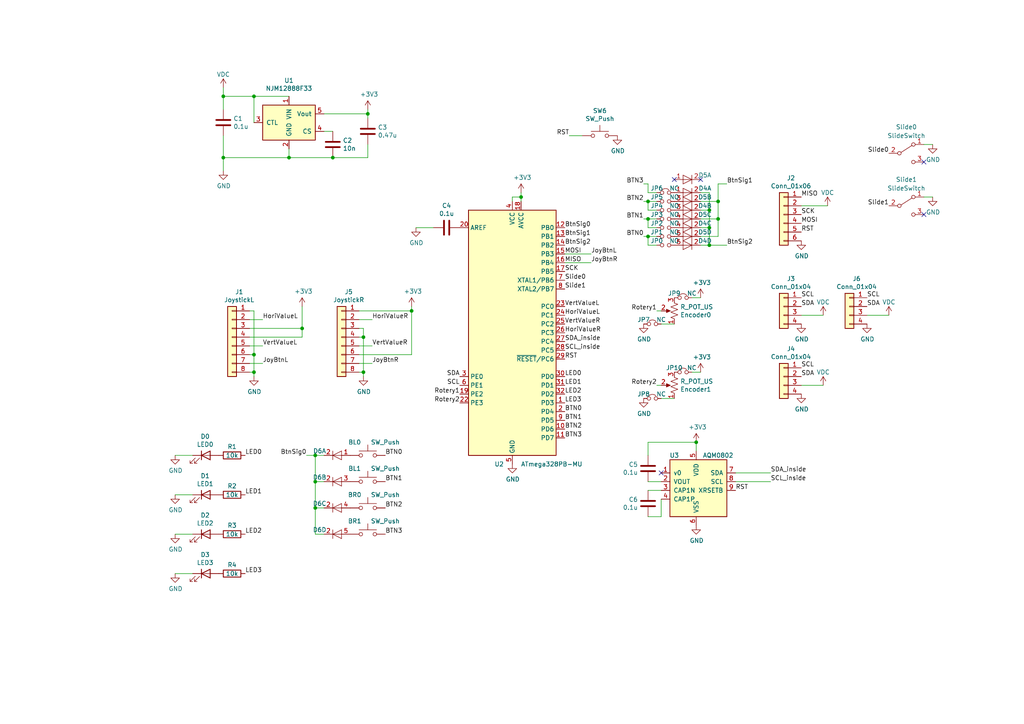
<source format=kicad_sch>
(kicad_sch (version 20211123) (generator eeschema)
  (paper "A4")
  (lib_symbols
    (symbol "Connector_Generic:Conn_01x04" (pin_names (offset 1.016) hide)
      (property "Reference" "J" (at 0 5.08 0))
      (property "Value" "Conn_01x04" (at 0 -7.62 0))
      (symbol "Conn_01x04_1_1"
        (rectangle (start -1.27 -4.953) (end 0 -5.207) (stroke (width 0.1524)))
        (rectangle (start -1.27 -2.413) (end 0 -2.667) (stroke (width 0.1524)))
        (rectangle (start -1.27 0.127) (end 0 -0.127) (stroke (width 0.1524)))
        (rectangle (start -1.27 2.667) (end 0 2.413) (stroke (width 0.1524)))
        (rectangle (start -1.27 3.81) (end 1.27 -6.35) (stroke (width 0.254)) (fill (type background)))
        (pin passive line (at -5.08 2.54 0) (length 3.81) (name "Pin_1") (number "1"))
        (pin passive line (at -5.08 0 0) (length 3.81) (name "Pin_2") (number "2"))
        (pin passive line (at -5.08 -2.54 0) (length 3.81) (name "Pin_3") (number "3"))
        (pin passive line (at -5.08 -5.08 0) (length 3.81) (name "Pin_4") (number "4"))
      )
    )
    (symbol "Connector_Generic:Conn_01x06" (pin_names (offset 1.016) hide)
      (property "Reference" "J" (at 0 7.62 0))
      (property "Value" "Conn_01x06" (at 0 -10.16 0))
      (symbol "Conn_01x06_1_1"
        (rectangle (start -1.27 -7.493) (end 0 -7.747) (stroke (width 0.1524)))
        (rectangle (start -1.27 -4.953) (end 0 -5.207) (stroke (width 0.1524)))
        (rectangle (start -1.27 -2.413) (end 0 -2.667) (stroke (width 0.1524)))
        (rectangle (start -1.27 0.127) (end 0 -0.127) (stroke (width 0.1524)))
        (rectangle (start -1.27 2.667) (end 0 2.413) (stroke (width 0.1524)))
        (rectangle (start -1.27 5.207) (end 0 4.953) (stroke (width 0.1524)))
        (rectangle (start -1.27 6.35) (end 1.27 -8.89) (stroke (width 0.254)) (fill (type background)))
        (pin passive line (at -5.08 5.08 0) (length 3.81) (name "Pin_1") (number "1"))
        (pin passive line (at -5.08 2.54 0) (length 3.81) (name "Pin_2") (number "2"))
        (pin passive line (at -5.08 0 0) (length 3.81) (name "Pin_3") (number "3"))
        (pin passive line (at -5.08 -2.54 0) (length 3.81) (name "Pin_4") (number "4"))
        (pin passive line (at -5.08 -5.08 0) (length 3.81) (name "Pin_5") (number "5"))
        (pin passive line (at -5.08 -7.62 0) (length 3.81) (name "Pin_6") (number "6"))
      )
    )
    (symbol "Connector_Generic:Conn_01x08" (pin_names (offset 1.016) hide)
      (property "Reference" "J" (at 0 10.16 0))
      (property "Value" "Conn_01x08" (at 0 -12.7 0))
      (symbol "Conn_01x08_1_1"
        (rectangle (start -1.27 -10.033) (end 0 -10.287) (stroke (width 0.1524)))
        (rectangle (start -1.27 -7.493) (end 0 -7.747) (stroke (width 0.1524)))
        (rectangle (start -1.27 -4.953) (end 0 -5.207) (stroke (width 0.1524)))
        (rectangle (start -1.27 -2.413) (end 0 -2.667) (stroke (width 0.1524)))
        (rectangle (start -1.27 0.127) (end 0 -0.127) (stroke (width 0.1524)))
        (rectangle (start -1.27 2.667) (end 0 2.413) (stroke (width 0.1524)))
        (rectangle (start -1.27 5.207) (end 0 4.953) (stroke (width 0.1524)))
        (rectangle (start -1.27 7.747) (end 0 7.493) (stroke (width 0.1524)))
        (rectangle (start -1.27 8.89) (end 1.27 -11.43) (stroke (width 0.254)) (fill (type background)))
        (pin passive line (at -5.08 7.62 0) (length 3.81) (name "Pin_1") (number "1"))
        (pin passive line (at -5.08 5.08 0) (length 3.81) (name "Pin_2") (number "2"))
        (pin passive line (at -5.08 2.54 0) (length 3.81) (name "Pin_3") (number "3"))
        (pin passive line (at -5.08 0 0) (length 3.81) (name "Pin_4") (number "4"))
        (pin passive line (at -5.08 -2.54 0) (length 3.81) (name "Pin_5") (number "5"))
        (pin passive line (at -5.08 -5.08 0) (length 3.81) (name "Pin_6") (number "6"))
        (pin passive line (at -5.08 -7.62 0) (length 3.81) (name "Pin_7") (number "7"))
        (pin passive line (at -5.08 -10.16 0) (length 3.81) (name "Pin_8") (number "8"))
      )
    )
    (symbol "Device:C" (pin_numbers hide) (pin_names (offset 0.254))
      (property "Reference" "C" (at 0.635 2.54 0))
      (property "Value" "C" (at 0.635 -2.54 0))
      (symbol "C_0_1"
        (polyline (pts (xy -2.032 -0.762) (xy 2.032 -0.762)) (stroke (width 0.508)))
        (polyline (pts (xy -2.032 0.762) (xy 2.032 0.762)) (stroke (width 0.508)))
      )
      (symbol "C_1_1"
        (pin passive line (at 0 3.81 270) (length 2.794) (name "~") (number "1"))
        (pin passive line (at 0 -3.81 90) (length 2.794) (name "~") (number "2"))
      )
    )
    (symbol "Device:LED" (pin_numbers hide) (pin_names (offset 1.016) hide)
      (property "Reference" "D" (at 0 2.54 0))
      (property "Value" "LED" (at 0 -2.54 0))
      (symbol "LED_0_1"
        (polyline (pts (xy -1.27 -1.27) (xy -1.27 1.27)) (stroke (width 0.254)))
        (polyline (pts (xy -1.27 0) (xy 1.27 0)))
        (polyline (pts (xy 1.27 -1.27) (xy 1.27 1.27) (xy -1.27 0) (xy 1.27 -1.27)) (stroke (width 0.254)))
        (polyline (pts (xy -3.048 -0.762) (xy -4.572 -2.286) (xy -3.81 -2.286) (xy -4.572 -2.286) (xy -4.572 -1.524)))
        (polyline (pts (xy -1.778 -0.762) (xy -3.302 -2.286) (xy -2.54 -2.286) (xy -3.302 -2.286) (xy -3.302 -1.524)))
      )
      (symbol "LED_1_1"
        (pin passive line (at -3.81 0 0) (length 2.54) (name "K") (number "1"))
        (pin passive line (at 3.81 0 180) (length 2.54) (name "A") (number "2"))
      )
    )
    (symbol "Device:R" (pin_numbers hide) (pin_names (offset 0))
      (property "Reference" "R" (at 2.032 0 90))
      (property "Value" "R" (at 0 0 90))
      (symbol "R_0_1"
        (rectangle (start -1.016 -2.54) (end 1.016 2.54) (stroke (width 0.254)))
      )
      (symbol "R_1_1"
        (pin passive line (at 0 3.81 270) (length 1.27) (name "~") (number "1"))
        (pin passive line (at 0 -3.81 90) (length 1.27) (name "~") (number "2"))
      )
    )
    (symbol "I2cControlPanel-rescue:ATmega328PB-MU-MCU_Microchip_ATmega"
      (property "Reference" "U" (at -12.7 36.83 0))
      (property "Value" "ATmega328PB-MU-MCU_Microchip_ATmega" (at 2.54 -36.83 0))
      (symbol "ATmega328PB-MU-MCU_Microchip_ATmega_0_1"
        (rectangle (start -12.7 -35.56) (end 12.7 35.56) (stroke (width 0.254)) (fill (type background)))
      )
      (symbol "ATmega328PB-MU-MCU_Microchip_ATmega_1_1"
        (pin bidirectional line (at 15.24 -20.32 180) (length 2.54) (name "PD3") (number "1"))
        (pin bidirectional line (at 15.24 -27.94 180) (length 2.54) (name "PD6") (number "10"))
        (pin bidirectional line (at 15.24 -30.48 180) (length 2.54) (name "PD7") (number "11"))
        (pin bidirectional line (at 15.24 30.48 180) (length 2.54) (name "PB0") (number "12"))
        (pin bidirectional line (at 15.24 27.94 180) (length 2.54) (name "PB1") (number "13"))
        (pin bidirectional line (at 15.24 25.4 180) (length 2.54) (name "PB2") (number "14"))
        (pin bidirectional line (at 15.24 22.86 180) (length 2.54) (name "PB3") (number "15"))
        (pin bidirectional line (at 15.24 20.32 180) (length 2.54) (name "PB4") (number "16"))
        (pin bidirectional line (at 15.24 17.78 180) (length 2.54) (name "PB5") (number "17"))
        (pin power_in line (at 2.54 38.1 270) (length 2.54) (name "AVCC") (number "18"))
        (pin bidirectional line (at -15.24 -17.78 0) (length 2.54) (name "PE2") (number "19"))
        (pin bidirectional line (at 15.24 -22.86 180) (length 2.54) (name "PD4") (number "2"))
        (pin passive line (at -15.24 30.48 0) (length 2.54) (name "AREF") (number "20"))
        (pin passive line (at 0 -38.1 90) (length 2.54) hide (name "GND") (number "21"))
        (pin bidirectional line (at -15.24 -20.32 0) (length 2.54) (name "PE3") (number "22"))
        (pin bidirectional line (at 15.24 7.62 180) (length 2.54) (name "PC0") (number "23"))
        (pin bidirectional line (at 15.24 5.08 180) (length 2.54) (name "PC1") (number "24"))
        (pin bidirectional line (at 15.24 2.54 180) (length 2.54) (name "PC2") (number "25"))
        (pin bidirectional line (at 15.24 0 180) (length 2.54) (name "PC3") (number "26"))
        (pin bidirectional line (at 15.24 -2.54 180) (length 2.54) (name "PC4") (number "27"))
        (pin bidirectional line (at 15.24 -5.08 180) (length 2.54) (name "PC5") (number "28"))
        (pin bidirectional line (at 15.24 -7.62 180) (length 2.54) (name "~{RESET}/PC6") (number "29"))
        (pin bidirectional line (at -15.24 -12.7 0) (length 2.54) (name "PE0") (number "3"))
        (pin bidirectional line (at 15.24 -12.7 180) (length 2.54) (name "PD0") (number "30"))
        (pin bidirectional line (at 15.24 -15.24 180) (length 2.54) (name "PD1") (number "31"))
        (pin bidirectional line (at 15.24 -17.78 180) (length 2.54) (name "PD2") (number "32"))
        (pin passive line (at 0 -38.1 90) (length 2.54) hide (name "GND") (number "33"))
        (pin power_in line (at 0 38.1 270) (length 2.54) (name "VCC") (number "4"))
        (pin power_in line (at 0 -38.1 90) (length 2.54) (name "GND") (number "5"))
        (pin bidirectional line (at -15.24 -15.24 0) (length 2.54) (name "PE1") (number "6"))
        (pin bidirectional line (at 15.24 15.24 180) (length 2.54) (name "XTAL1/PB6") (number "7"))
        (pin bidirectional line (at 15.24 12.7 180) (length 2.54) (name "XTAL2/PB7") (number "8"))
        (pin bidirectional line (at 15.24 -25.4 180) (length 2.54) (name "PD5") (number "9"))
      )
    )
    (symbol "I2cControlPanel-rescue:Jumper_NC_Small-Device" (pin_numbers hide) (pin_names (offset 0.762) hide)
      (property "Reference" "JP" (at 0 2.032 0))
      (property "Value" "Jumper_NC_Small-Device" (at 0.254 -1.524 0))
      (symbol "Jumper_NC_Small-Device_0_1"
        (circle (center -1.016 0) (radius 0.508))
        (circle (center 1.016 0) (radius 0.508))
        (arc (start 1.016 0.762) (mid 0 1.1828) (end -1.016 0.762))
        (pin passive line (at -2.54 0 0) (length 1.016) (name "1") (number "1"))
        (pin passive line (at 2.54 0 180) (length 1.016) (name "2") (number "2"))
      )
    )
    (symbol "I2cControlPanel-rescue:Jumper_NO_Small-Device" (pin_numbers hide) (pin_names (offset 0.762) hide)
      (property "Reference" "JP" (at 0 2.032 0))
      (property "Value" "Jumper_NO_Small-Device" (at 0.254 -1.524 0))
      (symbol "Jumper_NO_Small-Device_0_1"
        (circle (center -1.016 0) (radius 0.508))
        (circle (center 1.016 0) (radius 0.508))
        (pin passive line (at -2.54 0 0) (length 1.016) (name "1") (number "1"))
        (pin passive line (at 2.54 0 180) (length 1.016) (name "2") (number "2"))
      )
    )
    (symbol "I2cControlPanel-rescue:R_POT_US-Device" (pin_names (offset 1.016) hide)
      (property "Reference" "RV" (at -4.445 0 90))
      (property "Value" "R_POT_US-Device" (at -2.54 0 90))
      (symbol "R_POT_US-Device_0_1"
        (polyline (pts (xy 0 -2.286) (xy 0 -2.54)))
        (polyline (pts (xy 0 2.54) (xy 0 2.286)))
        (polyline (pts (xy 2.54 0) (xy 1.524 0)))
        (polyline (pts (xy 1.143 0) (xy 2.286 0.508) (xy 2.286 -0.508) (xy 1.143 0)) (fill (type outline)))
        (polyline (pts (xy 0 -0.762) (xy 1.016 -1.143) (xy 0 -1.524) (xy -1.016 -1.905) (xy 0 -2.286)))
        (polyline (pts (xy 0 0.762) (xy 1.016 0.381) (xy 0 0) (xy -1.016 -0.381) (xy 0 -0.762)))
        (polyline (pts (xy 0 2.286) (xy 1.016 1.905) (xy 0 1.524) (xy -1.016 1.143) (xy 0 0.762)))
      )
      (symbol "R_POT_US-Device_1_1"
        (pin passive line (at 0 3.81 270) (length 1.27) (name "1") (number "1"))
        (pin passive line (at 3.81 0 180) (length 1.27) (name "2") (number "2"))
        (pin passive line (at 0 -3.81 90) (length 1.27) (name "3") (number "3"))
      )
    )
    (symbol "Switch:SW_Push" (pin_numbers hide) (pin_names (offset 1.016) hide)
      (property "Reference" "SW" (at 1.27 2.54 0))
      (property "Value" "SW_Push" (at 0 -1.524 0))
      (symbol "SW_Push_0_1"
        (circle (center -2.032 0) (radius 0.508))
        (polyline (pts (xy 0 1.27) (xy 0 3.048)))
        (polyline (pts (xy 2.54 1.27) (xy -2.54 1.27)))
        (circle (center 2.032 0) (radius 0.508))
        (pin passive line (at -5.08 0 0) (length 2.54) (name "1") (number "1"))
        (pin passive line (at 5.08 0 180) (length 2.54) (name "2") (number "2"))
      )
    )
    (symbol "Switch:SW_SPDT" (pin_names (offset 0) hide)
      (property "Reference" "SW" (at 0 4.318 0))
      (property "Value" "SW_SPDT" (at 0 -5.08 0))
      (symbol "SW_SPDT_0_0"
        (circle (center -2.032 0) (radius 0.508))
        (circle (center 2.032 -2.54) (radius 0.508))
      )
      (symbol "SW_SPDT_0_1"
        (polyline (pts (xy -1.524 0.254) (xy 1.651 2.286)))
        (circle (center 2.032 2.54) (radius 0.508))
      )
      (symbol "SW_SPDT_1_1"
        (pin passive line (at 5.08 2.54 180) (length 2.54) (name "A") (number "1"))
        (pin passive line (at -5.08 0 0) (length 2.54) (name "B") (number "2"))
        (pin passive line (at 5.08 -2.54 180) (length 2.54) (name "C") (number "3"))
      )
    )
    (symbol "asukiaaa-kicad-symbols:AQM0802" (pin_names (offset 1.016))
      (property "Reference" "U" (at 7.62 -8.89 0))
      (property "Value" "AQM0802" (at 6.35 10.16 0))
      (symbol "AQM0802_0_1"
        (rectangle (start -7.62 8.89) (end 8.89 -7.62) (stroke (width 0.254)) (fill (type background)))
      )
      (symbol "AQM0802_1_1"
        (pin bidirectional line (at -10.16 5.08 0) (length 2.54) (name "v0") (number "1"))
        (pin bidirectional line (at -10.16 2.54 0) (length 2.54) (name "VOUT") (number "2"))
        (pin bidirectional line (at -10.16 0 0) (length 2.54) (name "CAP1N") (number "3"))
        (pin bidirectional line (at -10.16 -2.54 0) (length 2.54) (name "CAP1P") (number "4"))
        (pin bidirectional line (at 0 11.43 270) (length 2.54) (name "VDD") (number "5"))
        (pin bidirectional line (at 0 -10.16 90) (length 2.54) (name "VSS") (number "6"))
        (pin bidirectional line (at 11.43 5.08 180) (length 2.54) (name "SDA") (number "7"))
        (pin bidirectional line (at 11.43 2.54 180) (length 2.54) (name "SCL") (number "8"))
        (pin bidirectional line (at 11.43 0 180) (length 2.54) (name "XRSETB") (number "9"))
      )
    )
    (symbol "asukiaaa-kicad-symbols:Diode_4array_1SS309" (pin_names (offset 1.016))
      (property "Reference" "D" (at 0 2.54 0))
      (property "Value" "Diode_4array_1SS309" (at 0 -2.54 0))
      (symbol "Diode_4array_1SS309_1_1"
        (polyline (pts (xy -1.27 1.27) (xy -1.27 -1.27)) (stroke (width 0.1524)))
        (polyline (pts (xy 1.27 0) (xy -1.27 0)))
        (polyline (pts (xy 1.27 1.27) (xy 1.27 -1.27)))
        (polyline (pts (xy 1.27 1.27) (xy -1.27 0) (xy 1.27 -1.27)))
        (pin passive line (at 3.81 0 180) (length 2.54) (name "~") (number "1"))
        (pin passive line (at -3.81 0 0) (length 2.54) (name "~") (number "2"))
      )
      (symbol "Diode_4array_1SS309_2_1"
        (polyline (pts (xy -1.27 1.27) (xy -1.27 -1.27)) (stroke (width 0.1524)))
        (polyline (pts (xy 1.27 0) (xy -1.27 0)))
        (polyline (pts (xy 1.27 1.27) (xy 1.27 -1.27)))
        (polyline (pts (xy 1.27 1.27) (xy -1.27 0) (xy 1.27 -1.27)))
        (pin passive line (at -3.81 0 0) (length 2.54) (name "~") (number "2"))
        (pin passive line (at 3.81 0 180) (length 2.54) (name "~") (number "3"))
      )
      (symbol "Diode_4array_1SS309_3_1"
        (polyline (pts (xy -1.27 1.27) (xy -1.27 -1.27)) (stroke (width 0.1524)))
        (polyline (pts (xy 1.27 0) (xy -1.27 0)))
        (polyline (pts (xy 1.27 1.27) (xy 1.27 -1.27)))
        (polyline (pts (xy 1.27 1.27) (xy -1.27 0) (xy 1.27 -1.27)))
        (pin passive line (at -3.81 0 0) (length 2.54) (name "~") (number "2"))
        (pin passive line (at 3.81 0 180) (length 2.54) (name "~") (number "4"))
      )
      (symbol "Diode_4array_1SS309_4_1"
        (polyline (pts (xy -1.27 1.27) (xy -1.27 -1.27)) (stroke (width 0.1524)))
        (polyline (pts (xy 1.27 0) (xy -1.27 0)))
        (polyline (pts (xy 1.27 1.27) (xy 1.27 -1.27)))
        (polyline (pts (xy 1.27 1.27) (xy -1.27 0) (xy 1.27 -1.27)))
        (pin passive line (at -3.81 0 0) (length 2.54) (name "~") (number "2"))
        (pin passive line (at 3.81 0 180) (length 2.54) (name "~") (number "5"))
      )
    )
    (symbol "asukiaaa-kicad-symbols:NJM12888F33" (pin_names (offset 1.016))
      (property "Reference" "U" (at 2.54 -6.35 0))
      (property "Value" "NJM12888F33" (at 8.89 6.35 0))
      (symbol "NJM12888F33_0_1"
        (rectangle (start -7.62 5.08) (end 7.62 -5.08) (stroke (width 0.254)) (fill (type background)))
      )
      (symbol "NJM12888F33_1_1"
        (pin power_in line (at 0 7.62 270) (length 2.54) (name "VIN") (number "1"))
        (pin power_in line (at 0 -7.62 90) (length 2.54) (name "GND") (number "2"))
        (pin input line (at -10.16 0 0) (length 2.54) (name "CTL") (number "3"))
        (pin input line (at 10.16 -2.54 180) (length 2.54) (name "CS") (number "4"))
        (pin input line (at 10.16 2.54 180) (length 2.54) (name "Vout") (number "5"))
      )
    )
    (symbol "power:+3V3" (power) (pin_names (offset 0))
      (property "Value" "+3V3" (at 0 3.556 0))
      (symbol "+3V3_0_1"
        (polyline (pts (xy -0.762 1.27) (xy 0 2.54)))
        (polyline (pts (xy 0 0) (xy 0 2.54)))
        (polyline (pts (xy 0 2.54) (xy 0.762 1.27)))
      )
      (symbol "+3V3_1_1"
        (pin power_in line (at 0 0 90) (length 0) hide (name "+3V3") (number "1"))
      )
    )
    (symbol "power:GND" (power) (pin_names (offset 0))
      (property "Value" "GND" (at 0 -3.81 0))
      (symbol "GND_0_1"
        (polyline (pts (xy 0 0) (xy 0 -1.27) (xy 1.27 -1.27) (xy 0 -2.54) (xy -1.27 -1.27) (xy 0 -1.27)))
      )
      (symbol "GND_1_1"
        (pin power_in line (at 0 0 270) (length 0) hide (name "GND") (number "1"))
      )
    )
    (symbol "power:VDC" (power) (pin_names (offset 0))
      (property "Value" "VDC" (at 0 6.35 0))
      (symbol "VDC_0_1"
        (polyline (pts (xy -0.762 1.27) (xy 0 2.54)))
        (polyline (pts (xy 0 0) (xy 0 2.54)))
        (polyline (pts (xy 0 2.54) (xy 0.762 1.27)))
      )
      (symbol "VDC_1_1"
        (pin power_in line (at 0 0 90) (length 0) hide (name "VDC") (number "1"))
      )
    )
  )
  (junction (at 205.74 66.04))
  (junction (at 208.28 58.42))
  (junction (at 106.68 33.02))
  (junction (at 119.38 90.17))
  (junction (at 83.82 45.72))
  (junction (at 64.77 27.94))
  (junction (at 105.41 107.95))
  (junction (at 73.66 107.95))
  (junction (at 151.13 57.15))
  (junction (at 201.93 128.27))
  (junction (at 87.63 95.25))
  (junction (at 96.52 45.72))
  (junction (at 73.66 27.94))
  (junction (at 73.66 102.87))
  (junction (at 205.74 71.12))
  (junction (at 91.44 147.32))
  (junction (at 187.96 58.42))
  (junction (at 105.41 97.79))
  (junction (at 91.44 132.08))
  (junction (at 64.77 45.72))
  (junction (at 187.96 63.5))
  (junction (at 91.44 139.7))
  (junction (at 187.96 68.58))
  (junction (at 205.74 60.96))
  (junction (at 208.28 63.5))
  (no_connect (at 191.77 137.16))
  (no_connect (at 267.97 62.23))
  (no_connect (at 195.58 52.07))
  (no_connect (at 267.97 46.99))
  (no_connect (at 203.2 52.07))
  (wire (pts (xy 187.96 68.58) (xy 187.96 71.12)))
  (wire (pts (xy 91.44 139.7) (xy 91.44 147.32)))
  (wire (pts (xy 91.44 132.08) (xy 93.98 132.08)))
  (wire (pts (xy 201.93 128.27) (xy 201.93 130.81)))
  (wire (pts (xy 64.77 27.94) (xy 64.77 31.75)))
  (wire (pts (xy 106.68 33.02) (xy 106.68 31.75)))
  (wire (pts (xy 187.96 58.42) (xy 187.96 60.96)))
  (wire (pts (xy 73.66 109.22) (xy 73.66 107.95)))
  (wire (pts (xy 72.39 100.33) (xy 76.2 100.33)))
  (wire (pts (xy 105.41 97.79) (xy 104.14 97.79)))
  (wire (pts (xy 72.39 97.79) (xy 87.63 97.79)))
  (wire (pts (xy 251.46 91.44) (xy 257.81 91.44)))
  (wire (pts (xy 187.96 53.34) (xy 186.69 53.34)))
  (wire (pts (xy 151.13 57.15) (xy 151.13 58.42)))
  (wire (pts (xy 186.69 63.5) (xy 187.96 63.5)))
  (wire (pts (xy 106.68 34.29) (xy 106.68 33.02)))
  (wire (pts (xy 205.74 60.96) (xy 205.74 55.88)))
  (wire (pts (xy 73.66 107.95) (xy 73.66 102.87)))
  (wire (pts (xy 151.13 57.15) (xy 148.59 57.15)))
  (wire (pts (xy 187.96 55.88) (xy 190.5 55.88)))
  (wire (pts (xy 232.41 91.44) (xy 238.76 91.44)))
  (wire (pts (xy 50.8 143.51) (xy 55.88 143.51)))
  (wire (pts (xy 191.77 144.78) (xy 191.77 149.86)))
  (wire (pts (xy 91.44 147.32) (xy 91.44 154.94)))
  (wire (pts (xy 73.66 27.94) (xy 83.82 27.94)))
  (wire (pts (xy 187.96 63.5) (xy 190.5 63.5)))
  (wire (pts (xy 270.51 41.91) (xy 267.97 41.91)))
  (wire (pts (xy 232.41 59.69) (xy 240.03 59.69)))
  (wire (pts (xy 83.82 45.72) (xy 64.77 45.72)))
  (wire (pts (xy 105.41 95.25) (xy 105.41 97.79)))
  (wire (pts (xy 171.45 73.66) (xy 163.83 73.66)))
  (wire (pts (xy 73.66 90.17) (xy 73.66 102.87)))
  (wire (pts (xy 83.82 43.18) (xy 83.82 45.72)))
  (wire (pts (xy 208.28 53.34) (xy 210.82 53.34)))
  (wire (pts (xy 50.8 154.94) (xy 55.88 154.94)))
  (wire (pts (xy 119.38 88.9) (xy 119.38 90.17)))
  (wire (pts (xy 64.77 27.94) (xy 73.66 27.94)))
  (wire (pts (xy 232.41 111.76) (xy 238.76 111.76)))
  (wire (pts (xy 64.77 25.4) (xy 64.77 27.94)))
  (wire (pts (xy 205.74 66.04) (xy 205.74 60.96)))
  (wire (pts (xy 165.1 39.37) (xy 168.91 39.37)))
  (wire (pts (xy 203.2 63.5) (xy 208.28 63.5)))
  (wire (pts (xy 88.9 132.08) (xy 91.44 132.08)))
  (wire (pts (xy 187.96 58.42) (xy 186.69 58.42)))
  (wire (pts (xy 50.8 166.37) (xy 55.88 166.37)))
  (wire (pts (xy 187.96 142.24) (xy 191.77 142.24)))
  (wire (pts (xy 104.14 100.33) (xy 107.95 100.33)))
  (wire (pts (xy 105.41 107.95) (xy 104.14 107.95)))
  (wire (pts (xy 203.2 60.96) (xy 205.74 60.96)))
  (wire (pts (xy 72.39 95.25) (xy 87.63 95.25)))
  (wire (pts (xy 187.96 53.34) (xy 187.96 55.88)))
  (wire (pts (xy 213.36 139.7) (xy 223.52 139.7)))
  (wire (pts (xy 120.65 66.04) (xy 125.73 66.04)))
  (wire (pts (xy 119.38 90.17) (xy 119.38 102.87)))
  (wire (pts (xy 96.52 45.72) (xy 83.82 45.72)))
  (wire (pts (xy 96.52 45.72) (xy 106.68 45.72)))
  (wire (pts (xy 73.66 27.94) (xy 73.66 35.56)))
  (wire (pts (xy 72.39 102.87) (xy 73.66 102.87)))
  (wire (pts (xy 191.77 93.98) (xy 195.58 93.98)))
  (wire (pts (xy 73.66 107.95) (xy 72.39 107.95)))
  (wire (pts (xy 213.36 137.16) (xy 223.52 137.16)))
  (wire (pts (xy 93.98 147.32) (xy 91.44 147.32)))
  (wire (pts (xy 50.8 132.08) (xy 55.88 132.08)))
  (wire (pts (xy 96.52 38.1) (xy 93.98 38.1)))
  (wire (pts (xy 201.93 128.27) (xy 187.96 128.27)))
  (wire (pts (xy 187.96 60.96) (xy 190.5 60.96)))
  (wire (pts (xy 187.96 66.04) (xy 190.5 66.04)))
  (wire (pts (xy 171.45 76.2) (xy 163.83 76.2)))
  (wire (pts (xy 203.2 86.36) (xy 200.66 86.36)))
  (wire (pts (xy 190.5 90.17) (xy 191.77 90.17)))
  (wire (pts (xy 106.68 45.72) (xy 106.68 41.91)))
  (wire (pts (xy 210.82 71.12) (xy 205.74 71.12)))
  (wire (pts (xy 191.77 149.86) (xy 187.96 149.86)))
  (wire (pts (xy 91.44 139.7) (xy 93.98 139.7)))
  (wire (pts (xy 105.41 109.22) (xy 105.41 107.95)))
  (wire (pts (xy 104.14 102.87) (xy 119.38 102.87)))
  (wire (pts (xy 104.14 90.17) (xy 119.38 90.17)))
  (wire (pts (xy 190.5 68.58) (xy 187.96 68.58)))
  (wire (pts (xy 191.77 115.57) (xy 195.58 115.57)))
  (wire (pts (xy 76.2 92.71) (xy 72.39 92.71)))
  (wire (pts (xy 208.28 58.42) (xy 203.2 58.42)))
  (wire (pts (xy 107.95 105.41) (xy 104.14 105.41)))
  (wire (pts (xy 91.44 132.08) (xy 91.44 139.7)))
  (wire (pts (xy 76.2 105.41) (xy 72.39 105.41)))
  (wire (pts (xy 105.41 97.79) (xy 105.41 107.95)))
  (wire (pts (xy 104.14 95.25) (xy 105.41 95.25)))
  (wire (pts (xy 205.74 66.04) (xy 203.2 66.04)))
  (wire (pts (xy 190.5 111.76) (xy 191.77 111.76)))
  (wire (pts (xy 187.96 63.5) (xy 187.96 66.04)))
  (wire (pts (xy 208.28 63.5) (xy 208.28 68.58)))
  (wire (pts (xy 208.28 68.58) (xy 203.2 68.58)))
  (wire (pts (xy 205.74 55.88) (xy 203.2 55.88)))
  (wire (pts (xy 64.77 45.72) (xy 64.77 49.53)))
  (wire (pts (xy 205.74 71.12) (xy 205.74 66.04)))
  (wire (pts (xy 187.96 128.27) (xy 187.96 132.08)))
  (wire (pts (xy 148.59 57.15) (xy 148.59 58.42)))
  (wire (pts (xy 87.63 95.25) (xy 87.63 97.79)))
  (wire (pts (xy 187.96 68.58) (xy 186.69 68.58)))
  (wire (pts (xy 87.63 88.9) (xy 87.63 95.25)))
  (wire (pts (xy 64.77 39.37) (xy 64.77 45.72)))
  (wire (pts (xy 190.5 58.42) (xy 187.96 58.42)))
  (wire (pts (xy 187.96 139.7) (xy 191.77 139.7)))
  (wire (pts (xy 205.74 71.12) (xy 203.2 71.12)))
  (wire (pts (xy 107.95 92.71) (xy 104.14 92.71)))
  (wire (pts (xy 73.66 90.17) (xy 72.39 90.17)))
  (wire (pts (xy 267.97 57.15) (xy 270.51 57.15)))
  (wire (pts (xy 187.96 71.12) (xy 190.5 71.12)))
  (wire (pts (xy 106.68 33.02) (xy 93.98 33.02)))
  (wire (pts (xy 208.28 53.34) (xy 208.28 58.42)))
  (wire (pts (xy 203.2 107.95) (xy 200.66 107.95)))
  (wire (pts (xy 151.13 55.88) (xy 151.13 57.15)))
  (wire (pts (xy 208.28 58.42) (xy 208.28 63.5)))
  (wire (pts (xy 91.44 154.94) (xy 93.98 154.94)))
  (label "HoriValueL" (at 76.2 92.71 0))
  (label "LED3" (at 71.12 166.37 0))
  (label "HoriValueR" (at 107.95 92.71 0))
  (label "SCL" (at 251.46 86.36 0))
  (label "BTN2" (at 163.83 124.46 0))
  (label "SDA" (at 251.46 88.9 0))
  (label "SCL" (at 232.41 86.36 0))
  (label "BTN0" (at 111.76 132.08 0))
  (label "SDA" (at 232.41 88.9 0))
  (label "BTN0" (at 186.69 68.58 180))
  (label "Rotery1" (at 133.35 114.3 180))
  (label "JoyBtnR" (at 171.45 76.2 0))
  (label "VertValueR" (at 107.95 100.33 0))
  (label "HoriValueL" (at 163.83 91.44 0))
  (label "BTN2" (at 111.76 147.32 0))
  (label "Rotery2" (at 190.5 111.76 180))
  (label "LED1" (at 163.83 111.76 0))
  (label "Rotery1" (at 190.5 90.17 180))
  (label "SDA_inside" (at 223.52 137.16 0))
  (label "BTN0" (at 163.83 119.38 0))
  (label "Slide0" (at 257.81 44.45 180))
  (label "BTN3" (at 111.76 154.94 0))
  (label "LED3" (at 163.83 116.84 0))
  (label "SCL" (at 133.35 111.76 180))
  (label "SCL_inside" (at 163.83 101.6 0))
  (label "SDA_inside" (at 163.83 99.06 0))
  (label "MISO" (at 232.41 57.15 0))
  (label "SCK" (at 232.41 62.23 0))
  (label "BTN1" (at 111.76 139.7 0))
  (label "BtnSig2" (at 163.83 71.12 0))
  (label "VertValueL" (at 76.2 100.33 0))
  (label "MISO" (at 163.83 76.2 0))
  (label "SCL_inside" (at 223.52 139.7 0))
  (label "SDA" (at 232.41 109.22 0))
  (label "BTN1" (at 163.83 121.92 0))
  (label "Slide0" (at 163.83 81.28 0))
  (label "MOSI" (at 163.83 73.66 0))
  (label "BTN3" (at 163.83 127 0))
  (label "HoriValueR" (at 163.83 96.52 0))
  (label "VertValueR" (at 163.83 93.98 0))
  (label "Slide1" (at 163.83 83.82 0))
  (label "RST" (at 213.36 142.24 0))
  (label "LED2" (at 71.12 154.94 0))
  (label "SCL" (at 232.41 106.68 0))
  (label "MOSI" (at 232.41 64.77 0))
  (label "LED1" (at 71.12 143.51 0))
  (label "LED2" (at 163.83 114.3 0))
  (label "RST" (at 232.41 67.31 0))
  (label "BtnSig1" (at 163.83 68.58 0))
  (label "Slide1" (at 257.81 59.69 180))
  (label "BTN1" (at 186.69 63.5 180))
  (label "SCK" (at 163.83 78.74 0))
  (label "RST" (at 165.1 39.37 180))
  (label "JoyBtnL" (at 76.2 105.41 0))
  (label "JoyBtnR" (at 107.95 105.41 0))
  (label "SDA" (at 133.35 109.22 180))
  (label "LED0" (at 163.83 109.22 0))
  (label "BtnSig0" (at 88.9 132.08 180))
  (label "VertValueL" (at 163.83 88.9 0))
  (label "Rotery2" (at 133.35 116.84 180))
  (label "BTN2" (at 186.69 58.42 180))
  (label "RST" (at 163.83 104.14 0))
  (label "BTN3" (at 186.69 53.34 180))
  (label "BtnSig0" (at 163.83 66.04 0))
  (label "BtnSig1" (at 210.82 53.34 0))
  (label "BtnSig2" (at 210.82 71.12 0))
  (label "LED0" (at 71.12 132.08 0))
  (label "JoyBtnL" (at 171.45 73.66 0))
  (symbol (lib_id "Device:R") (at 67.31 132.08 270) (unit 1)
    (property "Reference" "R1" (at 67.31 129.54 90))
    (property "Value" "10k" (at 67.31 132.08 90))
    (property "Footprint" "Resistor_SMD:R_0603_1608Metric" (effects hide))
  )
  (symbol (lib_id "power:GND") (at 73.66 109.22 0) (unit 1)
    (property "Reference" "#PWR0101" (effects hide))
    (property "Value" "GND" (at 73.787 113.6142 0))
  )
  (symbol (lib_id "power:+3V3") (at 87.63 88.9 0) (unit 1)
    (property "Reference" "#PWR0102" (effects hide))
    (property "Value" "+3V3" (at 88.011 84.5058 0))
  )
  (symbol (lib_id "Device:LED") (at 59.69 132.08 0) (unit 1)
    (property "Reference" "D0" (at 59.5122 126.5936 0))
    (property "Value" "LED0" (at 59.5122 128.905 0))
    (property "Footprint" "Diode_SMD:D_0603_1608Metric_Pad1.05x0.95mm_HandSolder" (effects hide))
  )
  (symbol (lib_id "power:GND") (at 50.8 132.08 0) (unit 1)
    (property "Reference" "#PWR0103" (effects hide))
    (property "Value" "GND" (at 50.927 136.4742 0))
  )
  (symbol (lib_id "Device:LED") (at 59.69 143.51 0) (unit 1)
    (property "Reference" "D1" (at 59.5122 138.0236 0))
    (property "Value" "LED1" (at 59.5122 140.335 0))
    (property "Footprint" "Diode_SMD:D_0603_1608Metric_Pad1.05x0.95mm_HandSolder" (effects hide))
  )
  (symbol (lib_id "power:GND") (at 50.8 143.51 0) (unit 1)
    (property "Reference" "#PWR0104" (effects hide))
    (property "Value" "GND" (at 50.927 147.9042 0))
  )
  (symbol (lib_id "Device:LED") (at 59.69 154.94 0) (unit 1)
    (property "Reference" "D2" (at 59.5122 149.4536 0))
    (property "Value" "LED2" (at 59.5122 151.765 0))
    (property "Footprint" "Diode_SMD:D_0603_1608Metric_Pad1.05x0.95mm_HandSolder" (effects hide))
  )
  (symbol (lib_id "power:GND") (at 50.8 154.94 0) (unit 1)
    (property "Reference" "#PWR0105" (effects hide))
    (property "Value" "GND" (at 50.927 159.3342 0))
  )
  (symbol (lib_id "power:GND") (at 148.59 134.62 0) (unit 1)
    (property "Reference" "#PWR0107" (effects hide))
    (property "Value" "GND" (at 148.717 139.0142 0))
  )
  (symbol (lib_id "power:+3V3") (at 151.13 55.88 0) (unit 1)
    (property "Reference" "#PWR0108" (effects hide))
    (property "Value" "+3V3" (at 151.511 51.4858 0))
  )
  (symbol (lib_id "Device:C") (at 129.54 66.04 90) (unit 1)
    (property "Reference" "C4" (at 129.54 59.6392 90))
    (property "Value" "0.1u" (at 129.54 61.9506 90))
    (property "Footprint" "Capacitor_SMD:C_0402_1005Metric" (effects hide))
  )
  (symbol (lib_id "power:GND") (at 120.65 66.04 0) (unit 1)
    (property "Reference" "#PWR0109" (effects hide))
    (property "Value" "GND" (at 120.777 70.4342 0))
  )
  (symbol (lib_id "power:GND") (at 64.77 49.53 0) (unit 1)
    (property "Reference" "#PWR0110" (effects hide))
    (property "Value" "GND" (at 64.897 53.9242 0))
  )
  (symbol (lib_id "Device:C") (at 64.77 35.56 0) (unit 1)
    (property "Reference" "C1" (at 67.691 34.3916 0) (effects (justify left)))
    (property "Value" "0.1u" (at 67.691 36.703 0) (effects (justify left)))
    (property "Footprint" "Capacitor_SMD:C_0402_1005Metric" (effects hide))
  )
  (symbol (lib_id "Device:C") (at 96.52 41.91 0) (unit 1)
    (property "Reference" "C2" (at 99.441 40.7416 0) (effects (justify left)))
    (property "Value" "10n" (at 99.441 43.053 0) (effects (justify left)))
    (property "Footprint" "Capacitor_SMD:C_0603_1608Metric" (effects hide))
  )
  (symbol (lib_id "Device:C") (at 106.68 38.1 0) (unit 1)
    (property "Reference" "C3" (at 109.601 36.9316 0) (effects (justify left)))
    (property "Value" "0.47u" (at 109.601 39.243 0) (effects (justify left)))
    (property "Footprint" "Capacitor_SMD:C_0402_1005Metric" (effects hide))
  )
  (symbol (lib_id "power:+3V3") (at 106.68 31.75 0) (unit 1)
    (property "Reference" "#PWR0112" (effects hide))
    (property "Value" "+3V3" (at 107.061 27.3558 0))
  )
  (symbol (lib_id "Connector_Generic:Conn_01x06") (at 227.33 62.23 0) (mirror y) (unit 1)
    (property "Reference" "J2" (at 229.4128 51.6382 0))
    (property "Value" "Conn_01x06" (at 229.4128 53.9496 0))
    (property "Footprint" "asukiaaa-kicad-footprints:2x03_P2.54mm_Pads" (effects hide))
  )
  (symbol (lib_id "power:GND") (at 232.41 69.85 0) (unit 1)
    (property "Reference" "#PWR0113" (effects hide))
    (property "Value" "GND" (at 232.537 74.2442 0))
  )
  (symbol (lib_id "Connector_Generic:Conn_01x04") (at 227.33 88.9 0) (mirror y) (unit 1)
    (property "Reference" "J3" (at 229.4128 80.8482 0))
    (property "Value" "Conn_01x04" (at 229.4128 83.1596 0))
    (property "Footprint" "footprints:NS-Tech_Grove_1x04_P2mm_Horizontal" (effects hide))
  )
  (symbol (lib_id "power:GND") (at 232.41 93.98 0) (unit 1)
    (property "Reference" "#PWR0116" (effects hide))
    (property "Value" "GND" (at 232.537 98.3742 0))
  )
  (symbol (lib_id "Device:R") (at 67.31 143.51 270) (unit 1)
    (property "Reference" "R2" (at 67.31 140.97 90))
    (property "Value" "10k" (at 67.31 143.51 90))
    (property "Footprint" "Resistor_SMD:R_0603_1608Metric" (effects hide))
  )
  (symbol (lib_id "Device:R") (at 67.31 154.94 270) (unit 1)
    (property "Reference" "R3" (at 67.31 152.4 90))
    (property "Value" "10k" (at 67.31 154.94 90))
    (property "Footprint" "Resistor_SMD:R_0603_1608Metric" (effects hide))
  )
  (symbol (lib_id "Switch:SW_Push") (at 106.68 132.08 0) (unit 1)
    (property "Reference" "BL0" (at 102.87 128.27 0))
    (property "Value" "SW_Push" (at 111.76 128.27 0))
    (property "Footprint" "footprints:SW_Center_PUSH-12mm" (effects hide))
  )
  (symbol (lib_id "Switch:SW_Push") (at 106.68 139.7 0) (unit 1)
    (property "Reference" "BL1" (at 102.87 135.89 0))
    (property "Value" "SW_Push" (at 111.76 135.89 0))
    (property "Footprint" "footprints:SW_Center_PUSH-12mm" (effects hide))
  )
  (symbol (lib_id "Switch:SW_Push") (at 106.68 147.32 0) (unit 1)
    (property "Reference" "BR0" (at 102.87 143.51 0))
    (property "Value" "SW_Push" (at 111.76 143.51 0))
    (property "Footprint" "footprints:SW_Center_PUSH-12mm" (effects hide))
  )
  (symbol (lib_id "Switch:SW_Push") (at 106.68 154.94 0) (unit 1)
    (property "Reference" "BR1" (at 102.87 151.13 0))
    (property "Value" "SW_Push" (at 111.76 151.13 0))
    (property "Footprint" "footprints:SW_Center_PUSH-12mm" (effects hide))
  )
  (symbol (lib_id "power:VDC") (at 64.77 25.4 0) (unit 1)
    (property "Reference" "#PWR0106" (effects hide))
    (property "Value" "VDC" (at 64.77 21.59 0))
  )
  (symbol (lib_id "power:VDC") (at 240.03 59.69 0) (unit 1)
    (property "Reference" "#PWR0111" (effects hide))
    (property "Value" "VDC" (at 240.03 55.88 0))
  )
  (symbol (lib_id "power:VDC") (at 238.76 91.44 0) (unit 1)
    (property "Reference" "#PWR0114" (effects hide))
    (property "Value" "VDC" (at 238.76 87.63 0))
  )
  (symbol (lib_id "Connector_Generic:Conn_01x04") (at 227.33 109.22 0) (mirror y) (unit 1)
    (property "Reference" "J4" (at 229.4128 101.1682 0))
    (property "Value" "Conn_01x04" (at 229.4128 103.4796 0))
    (property "Footprint" "TerminalBlock:TerminalBlock_bornier-4_P5.08mm" (effects hide))
  )
  (symbol (lib_id "power:GND") (at 232.41 114.3 0) (unit 1)
    (property "Reference" "#PWR0121" (effects hide))
    (property "Value" "GND" (at 232.537 118.6942 0))
  )
  (symbol (lib_id "power:VDC") (at 238.76 111.76 0) (unit 1)
    (property "Reference" "#PWR0122" (effects hide))
    (property "Value" "VDC" (at 238.76 107.95 0))
  )
  (symbol (lib_id "I2cControlPanel-rescue:ATmega328PB-MU-MCU_Microchip_ATmega") (at 148.59 96.52 0) (unit 1)
    (property "Reference" "U2" (at 144.78 134.62 0))
    (property "Value" "ATmega328PB-MU" (at 160.02 134.62 0))
    (property "Footprint" "Package_DFN_QFN:QFN-32-1EP_5x5mm_P0.5mm_EP3.1x3.1mm" (effects hide))
    (property "Datasheet" "http://ww1.microchip.com/downloads/en/DeviceDoc/40001906C.pdf" (effects hide))
  )
  (symbol (lib_id "asukiaaa-kicad-symbols:AQM0802") (at 201.93 142.24 0) (unit 1)
    (property "Reference" "U3" (at 195.58 132.08 0))
    (property "Value" "AQM0802" (at 208.28 132.08 0))
    (property "Footprint" "asukiaaa-kicad-footprints:AQM0802A-RN-GBW" (effects hide))
  )
  (symbol (lib_id "power:GND") (at 105.41 109.22 0) (unit 1)
    (property "Reference" "#PWR0115" (effects hide))
    (property "Value" "GND" (at 105.537 113.6142 0))
  )
  (symbol (lib_id "power:+3V3") (at 119.38 88.9 0) (unit 1)
    (property "Reference" "#PWR0125" (effects hide))
    (property "Value" "+3V3" (at 119.761 84.5058 0))
  )
  (symbol (lib_id "power:GND") (at 201.93 152.4 0) (unit 1)
    (property "Reference" "#PWR0126" (effects hide))
    (property "Value" "GND" (at 202.057 156.7942 0))
  )
  (symbol (lib_id "power:+3V3") (at 201.93 128.27 0) (unit 1)
    (property "Reference" "#PWR0127" (effects hide))
    (property "Value" "+3V3" (at 202.311 123.8758 0))
  )
  (symbol (lib_id "Device:C") (at 187.96 146.05 180) (unit 1)
    (property "Reference" "C6" (at 185.039 144.8816 0) (effects (justify left)))
    (property "Value" "0.1u" (at 185.039 147.193 0) (effects (justify left)))
    (property "Footprint" "Capacitor_SMD:C_0402_1005Metric" (effects hide))
  )
  (symbol (lib_id "Device:C") (at 187.96 135.89 180) (unit 1)
    (property "Reference" "C5" (at 185.039 134.7216 0) (effects (justify left)))
    (property "Value" "0.1u" (at 185.039 137.033 0) (effects (justify left)))
    (property "Footprint" "Capacitor_SMD:C_0402_1005Metric" (effects hide))
  )
  (symbol (lib_id "Connector_Generic:Conn_01x04") (at 246.38 88.9 0) (mirror y) (unit 1)
    (property "Reference" "J6" (at 248.4628 80.8482 0))
    (property "Value" "Conn_01x04" (at 248.4628 83.1596 0))
    (property "Footprint" "footprints:NS-Tech_Grove_1x04_P2mm_Horizontal" (effects hide))
  )
  (symbol (lib_id "power:GND") (at 251.46 93.98 0) (unit 1)
    (property "Reference" "#PWR0128" (effects hide))
    (property "Value" "GND" (at 251.587 98.3742 0))
  )
  (symbol (lib_id "power:VDC") (at 257.81 91.44 0) (unit 1)
    (property "Reference" "#PWR0129" (effects hide))
    (property "Value" "VDC" (at 257.81 87.63 0))
  )
  (symbol (lib_id "I2cControlPanel-rescue:R_POT_US-Device") (at 195.58 90.17 180) (unit 1)
    (property "Reference" "Encoder0" (at 197.3072 91.3384 0) (effects (justify right)))
    (property "Value" "R_POT_US" (at 197.3072 89.027 0) (effects (justify right)))
    (property "Footprint" "asukiaaa-kicad-footprints:RoteryEncoderWithPowerLabel" (effects hide))
  )
  (symbol (lib_id "power:+3V3") (at 203.2 86.36 0) (unit 1)
    (property "Reference" "#PWR0123" (effects hide))
    (property "Value" "+3V3" (at 203.581 81.9658 0))
  )
  (symbol (lib_id "power:GND") (at 186.69 93.98 0) (unit 1)
    (property "Reference" "#PWR0124" (effects hide))
    (property "Value" "GND" (at 186.817 98.3742 0))
  )
  (symbol (lib_id "I2cControlPanel-rescue:R_POT_US-Device") (at 195.58 111.76 180) (unit 1)
    (property "Reference" "Encoder1" (at 197.3072 112.9284 0) (effects (justify right)))
    (property "Value" "R_POT_US" (at 197.3072 110.617 0) (effects (justify right)))
    (property "Footprint" "asukiaaa-kicad-footprints:RoteryEncoderWithPowerLabel" (effects hide))
  )
  (symbol (lib_id "power:+3V3") (at 203.2 107.95 0) (unit 1)
    (property "Reference" "#PWR0130" (effects hide))
    (property "Value" "+3V3" (at 203.581 103.5558 0))
  )
  (symbol (lib_id "power:GND") (at 186.69 115.57 0) (unit 1)
    (property "Reference" "#PWR0131" (effects hide))
    (property "Value" "GND" (at 186.817 119.9642 0))
  )
  (symbol (lib_id "Connector_Generic:Conn_01x08") (at 67.31 97.79 0) (mirror y) (unit 1)
    (property "Reference" "J1" (at 69.3928 84.6582 0))
    (property "Value" "JoystickL" (at 69.3928 86.9696 0))
    (property "Footprint" "asukiaaa-kicad-footprints:PS4tJoystick" (effects hide))
  )
  (symbol (lib_id "Connector_Generic:Conn_01x08") (at 99.06 97.79 0) (mirror y) (unit 1)
    (property "Reference" "J5" (at 101.1428 84.6582 0))
    (property "Value" "JoystickR" (at 101.1428 86.9696 0))
    (property "Footprint" "asukiaaa-kicad-footprints:PS4tJoystick" (effects hide))
  )
  (symbol (lib_id "Switch:SW_SPDT") (at 262.89 44.45 0) (unit 1)
    (property "Reference" "Slide0" (at 262.89 36.83 0))
    (property "Value" "SlideSwitch" (at 262.89 39.37 0))
    (property "Footprint" "asukiaaa-kicad-footprints:SlideSwitch_SS12D01G4_2posi_1line" (effects hide))
  )
  (symbol (lib_id "power:GND") (at 270.51 41.91 0) (unit 1)
    (property "Reference" "#PWR0117" (effects hide))
    (property "Value" "GND" (at 270.637 46.3042 0))
  )
  (symbol (lib_id "I2cControlPanel-rescue:Jumper_NC_Small-Device") (at 193.04 55.88 0) (unit 1)
    (property "Reference" "JP6" (at 190.5 54.61 0))
    (property "Value" "NC" (at 195.58 54.61 0))
    (property "Footprint" "Jumper:SolderJumper-2_P1.3mm_Bridged_RoundedPad1.0x1.5mm" (effects hide))
  )
  (symbol (lib_id "I2cControlPanel-rescue:Jumper_NO_Small-Device") (at 193.04 66.04 0) (unit 1)
    (property "Reference" "JP2" (at 190.5 64.77 0))
    (property "Value" "NO" (at 195.58 64.77 0))
    (property "Footprint" "Jumper:SolderJumper-2_P1.3mm_Open_RoundedPad1.0x1.5mm" (effects hide))
  )
  (symbol (lib_id "I2cControlPanel-rescue:Jumper_NO_Small-Device") (at 193.04 58.42 0) (unit 1)
    (property "Reference" "JP5" (at 190.5 57.15 0))
    (property "Value" "NO" (at 195.58 57.15 0))
    (property "Footprint" "Jumper:SolderJumper-2_P1.3mm_Open_RoundedPad1.0x1.5mm" (effects hide))
  )
  (symbol (lib_id "I2cControlPanel-rescue:Jumper_NO_Small-Device") (at 193.04 60.96 0) (unit 1)
    (property "Reference" "JP4" (at 190.5 59.69 0))
    (property "Value" "NO" (at 195.58 59.69 0))
    (property "Footprint" "Jumper:SolderJumper-2_P1.3mm_Open_RoundedPad1.0x1.5mm" (effects hide))
  )
  (symbol (lib_id "I2cControlPanel-rescue:Jumper_NO_Small-Device") (at 193.04 63.5 0) (unit 1)
    (property "Reference" "JP3" (at 190.5 62.23 0))
    (property "Value" "NO" (at 195.58 62.23 0))
    (property "Footprint" "Jumper:SolderJumper-2_P1.3mm_Open_RoundedPad1.0x1.5mm" (effects hide))
  )
  (symbol (lib_id "I2cControlPanel-rescue:Jumper_NO_Small-Device") (at 193.04 68.58 0) (unit 1)
    (property "Reference" "JP1" (at 190.5 67.31 0))
    (property "Value" "NO" (at 195.58 67.31 0))
    (property "Footprint" "Jumper:SolderJumper-2_P1.3mm_Open_RoundedPad1.0x1.5mm" (effects hide))
  )
  (symbol (lib_id "I2cControlPanel-rescue:Jumper_NO_Small-Device") (at 193.04 71.12 0) (unit 1)
    (property "Reference" "JP0" (at 190.5 69.85 0))
    (property "Value" "NO" (at 195.58 69.85 0))
    (property "Footprint" "Jumper:SolderJumper-2_P1.3mm_Open_RoundedPad1.0x1.5mm" (effects hide))
  )
  (symbol (lib_id "Switch:SW_Push") (at 173.99 39.37 0) (unit 1)
    (property "Reference" "SW6" (at 173.99 32.131 0))
    (property "Value" "SW_Push" (at 173.99 34.4424 0))
    (property "Footprint" "Button_Switch_THT:SW_PUSH_6mm" (effects hide))
  )
  (symbol (lib_id "power:GND") (at 179.07 39.37 0) (unit 1)
    (property "Reference" "#PWR0120" (effects hide))
    (property "Value" "GND" (at 179.197 43.7642 0))
  )
  (symbol (lib_id "Device:LED") (at 59.69 166.37 0) (unit 1)
    (property "Reference" "D3" (at 59.5122 160.8836 0))
    (property "Value" "LED3" (at 59.5122 163.195 0))
    (property "Footprint" "Diode_SMD:D_0603_1608Metric_Pad1.05x0.95mm_HandSolder" (effects hide))
  )
  (symbol (lib_id "power:GND") (at 50.8 166.37 0) (unit 1)
    (property "Reference" "#PWR0118" (effects hide))
    (property "Value" "GND" (at 50.927 170.7642 0))
  )
  (symbol (lib_id "Device:R") (at 67.31 166.37 270) (unit 1)
    (property "Reference" "R4" (at 67.31 163.83 90))
    (property "Value" "10k" (at 67.31 166.37 90))
    (property "Footprint" "Resistor_SMD:R_0603_1608Metric" (effects hide))
  )
  (symbol (lib_id "asukiaaa-kicad-symbols:NJM12888F33") (at 83.82 35.56 0) (unit 1)
    (property "Reference" "U1" (at 83.82 23.3426 0))
    (property "Value" "NJM12888F33" (at 83.82 25.654 0))
    (property "Footprint" "Package_TO_SOT_SMD:SOT-23-5" (effects hide))
  )
  (symbol (lib_id "power:GND") (at 270.51 57.15 0) (unit 1)
    (property "Reference" "#PWR0119" (effects hide))
    (property "Value" "GND" (at 270.637 61.5442 0))
  )
  (symbol (lib_id "Switch:SW_SPDT") (at 262.89 59.69 0) (unit 1)
    (property "Reference" "Slide1" (at 262.89 52.07 0))
    (property "Value" "SlideSwitch" (at 262.89 54.61 0))
    (property "Footprint" "asukiaaa-kicad-footprints:SlideSwitch_SS12D01G4_2posi_1line" (effects hide))
  )
  (symbol (lib_id "asukiaaa-kicad-symbols:Diode_4array_1SS309") (at 199.39 55.88 180) (unit 1)
    (property "Reference" "D4" (at 204.47 54.61 0))
    (property "Value" "1SS309" (effects hide))
    (property "Footprint" "asukiaaa-kicad-footprints:SC-74-5_1.6x2.9mm_P0.95mm" (effects hide))
    (property "Datasheet" "https://toshiba.semicon-storage.com/info/docget.jsp?did=3305&prodName=1SS309" (effects hide))
  )
  (symbol (lib_id "asukiaaa-kicad-symbols:Diode_4array_1SS309") (at 199.39 66.04 180) (unit 3)
    (property "Reference" "D4" (at 204.47 64.77 0))
    (property "Value" "1SS309" (effects hide))
    (property "Footprint" "asukiaaa-kicad-footprints:SC-74-5_1.6x2.9mm_P0.95mm" (effects hide))
    (property "Datasheet" "https://toshiba.semicon-storage.com/info/docget.jsp?did=3305&prodName=1SS309" (effects hide))
  )
  (symbol (lib_id "asukiaaa-kicad-symbols:Diode_4array_1SS309") (at 199.39 60.96 180) (unit 2)
    (property "Reference" "D4" (at 204.47 59.69 0))
    (property "Value" "1SS309" (effects hide))
    (property "Footprint" "asukiaaa-kicad-footprints:SC-74-5_1.6x2.9mm_P0.95mm" (effects hide))
    (property "Datasheet" "https://toshiba.semicon-storage.com/info/docget.jsp?did=3305&prodName=1SS309" (effects hide))
  )
  (symbol (lib_id "asukiaaa-kicad-symbols:Diode_4array_1SS309") (at 199.39 71.12 180) (unit 4)
    (property "Reference" "D4" (at 204.47 69.85 0))
    (property "Value" "1SS309" (effects hide))
    (property "Footprint" "asukiaaa-kicad-footprints:SC-74-5_1.6x2.9mm_P0.95mm" (effects hide))
    (property "Datasheet" "https://toshiba.semicon-storage.com/info/docget.jsp?did=3305&prodName=1SS309" (effects hide))
  )
  (symbol (lib_id "asukiaaa-kicad-symbols:Diode_4array_1SS309") (at 199.39 52.07 180) (unit 1)
    (property "Reference" "D5" (at 204.47 50.8 0))
    (property "Value" "1SS309" (effects hide))
    (property "Footprint" "asukiaaa-kicad-footprints:SC-74-5_1.6x2.9mm_P0.95mm" (effects hide))
    (property "Datasheet" "https://toshiba.semicon-storage.com/info/docget.jsp?did=3305&prodName=1SS309" (effects hide))
  )
  (symbol (lib_id "asukiaaa-kicad-symbols:Diode_4array_1SS309") (at 199.39 58.42 180) (unit 2)
    (property "Reference" "D5" (at 204.47 57.15 0))
    (property "Value" "1SS309" (effects hide))
    (property "Footprint" "asukiaaa-kicad-footprints:SC-74-5_1.6x2.9mm_P0.95mm" (effects hide))
    (property "Datasheet" "https://toshiba.semicon-storage.com/info/docget.jsp?did=3305&prodName=1SS309" (effects hide))
  )
  (symbol (lib_id "asukiaaa-kicad-symbols:Diode_4array_1SS309") (at 199.39 63.5 180) (unit 3)
    (property "Reference" "D5" (at 204.47 62.23 0))
    (property "Value" "1SS309" (effects hide))
    (property "Footprint" "asukiaaa-kicad-footprints:SC-74-5_1.6x2.9mm_P0.95mm" (effects hide))
    (property "Datasheet" "https://toshiba.semicon-storage.com/info/docget.jsp?did=3305&prodName=1SS309" (effects hide))
  )
  (symbol (lib_id "asukiaaa-kicad-symbols:Diode_4array_1SS309") (at 199.39 68.58 180) (unit 4)
    (property "Reference" "D5" (at 204.47 67.31 0))
    (property "Value" "1SS309" (effects hide))
    (property "Footprint" "asukiaaa-kicad-footprints:SC-74-5_1.6x2.9mm_P0.95mm" (effects hide))
    (property "Datasheet" "https://toshiba.semicon-storage.com/info/docget.jsp?did=3305&prodName=1SS309" (effects hide))
  )
  (symbol (lib_id "asukiaaa-kicad-symbols:Diode_4array_1SS309") (at 97.79 132.08 0) (unit 1)
    (property "Reference" "D6" (at 92.71 130.81 0))
    (property "Value" "1SS309" (effects hide))
    (property "Footprint" "asukiaaa-kicad-footprints:SC-74-5_1.6x2.9mm_P0.95mm" (effects hide))
    (property "Datasheet" "https://toshiba.semicon-storage.com/info/docget.jsp?did=3305&prodName=1SS309" (effects hide))
  )
  (symbol (lib_id "asukiaaa-kicad-symbols:Diode_4array_1SS309") (at 97.79 139.7 0) (unit 2)
    (property "Reference" "D6" (at 92.71 138.43 0))
    (property "Value" "1SS309" (effects hide))
    (property "Footprint" "asukiaaa-kicad-footprints:SC-74-5_1.6x2.9mm_P0.95mm" (effects hide))
    (property "Datasheet" "https://toshiba.semicon-storage.com/info/docget.jsp?did=3305&prodName=1SS309" (effects hide))
  )
  (symbol (lib_id "asukiaaa-kicad-symbols:Diode_4array_1SS309") (at 97.79 147.32 0) (unit 3)
    (property "Reference" "D6" (at 92.71 146.05 0))
    (property "Value" "1SS309" (effects hide))
    (property "Footprint" "asukiaaa-kicad-footprints:SC-74-5_1.6x2.9mm_P0.95mm" (effects hide))
    (property "Datasheet" "https://toshiba.semicon-storage.com/info/docget.jsp?did=3305&prodName=1SS309" (effects hide))
  )
  (symbol (lib_id "asukiaaa-kicad-symbols:Diode_4array_1SS309") (at 97.79 154.94 0) (unit 4)
    (property "Reference" "D6" (at 92.71 153.67 0))
    (property "Value" "1SS309" (effects hide))
    (property "Footprint" "asukiaaa-kicad-footprints:SC-74-5_1.6x2.9mm_P0.95mm" (effects hide))
    (property "Datasheet" "https://toshiba.semicon-storage.com/info/docget.jsp?did=3305&prodName=1SS309" (effects hide))
  )
  (symbol (lib_id "I2cControlPanel-rescue:Jumper_NC_Small-Device") (at 198.12 107.95 0) (unit 1)
    (property "Reference" "JP10" (at 195.58 106.68 0))
    (property "Value" "NC" (at 200.66 106.68 0))
    (property "Footprint" "Jumper:SolderJumper-2_P1.3mm_Bridged_RoundedPad1.0x1.5mm" (effects hide))
  )
  (symbol (lib_id "I2cControlPanel-rescue:Jumper_NC_Small-Device") (at 189.23 93.98 0) (unit 1)
    (property "Reference" "JP7" (at 186.69 92.71 0))
    (property "Value" "NC" (at 191.77 92.71 0))
    (property "Footprint" "Jumper:SolderJumper-2_P1.3mm_Bridged_RoundedPad1.0x1.5mm" (effects hide))
  )
  (symbol (lib_id "I2cControlPanel-rescue:Jumper_NC_Small-Device") (at 198.12 86.36 0) (unit 1)
    (property "Reference" "JP9" (at 195.58 85.09 0))
    (property "Value" "NC" (at 200.66 85.09 0))
    (property "Footprint" "Jumper:SolderJumper-2_P1.3mm_Bridged_RoundedPad1.0x1.5mm" (effects hide))
  )
  (symbol (lib_id "I2cControlPanel-rescue:Jumper_NC_Small-Device") (at 189.23 115.57 0) (unit 1)
    (property "Reference" "JP8" (at 186.69 114.3 0))
    (property "Value" "NC" (at 191.77 114.3 0))
    (property "Footprint" "Jumper:SolderJumper-2_P1.3mm_Bridged_RoundedPad1.0x1.5mm" (effects hide))
  )
)
</source>
